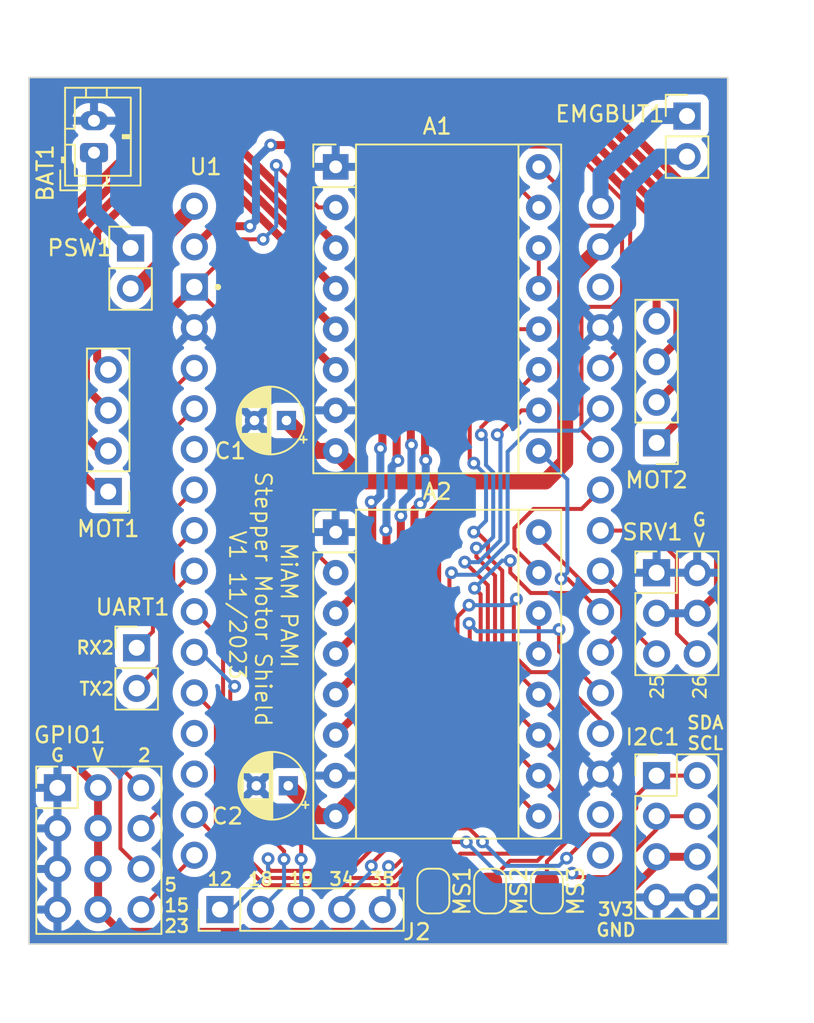
<source format=kicad_pcb>
(kicad_pcb (version 20221018) (generator pcbnew)
  (layers (0 "F.Cu" signal) (31 "B.Cu" signal) (34 "B.Paste" user) (35 "F.Paste" user) (36 "B.SilkS" user "B.Silkscreen") (37 "F.SilkS" user "F.Silkscreen") (38 "B.Mask" user) (39 "F.Mask" user) (44 "Edge.Cuts" user))
  (net 0 "")
  (net 1 "GND")
  (net 2 "+12V")
  (net 3 "/BAT_READING")
  (net 4 "+3V3")
  (net 5 "/POWER_SWITCH")
  (net 6 "/EMERGENCY_BUTTON")
  (net 7 "/5V_POWER")
  (net 8 "/SDA")
  (net 9 "/SCL")
  (net 10 "/BATTERY_INPUT")
  (net 11 "/RX2")
  (net 12 "/TX2")
  (net 13 "/GPIO2")
  (net 14 "/GPIO5")
  (net 15 "/GPIO15")
  (net 16 "/GPIO23")
  (net 17 "/SERVO_PWM_1")
  (net 18 "/SERVO_PWM_2")
  (net 23 "Net-(A1-1B)")
  (net 24 "Net-(A1-1A)")
  (net 25 "Net-(A1-2A)")
  (net 26 "Net-(A1-2B)")
  (net 27 "/NOT_MOT_EN")
  (net 28 "/MS1")
  (net 29 "/MS2")
  (net 30 "/MS3")
  (net 31 "Net-(A1-~{RESET})")
  (net 32 "/STEP_1")
  (net 33 "/DIR_1")
  (net 34 "Net-(A2-1B)")
  (net 35 "Net-(A2-1A)")
  (net 36 "Net-(A2-2A)")
  (net 37 "Net-(A2-2B)")
  (net 38 "Net-(A2-~{RESET})")
  (net 39 "/STEP_2")
  (net 40 "/DIR_2")
  (net 42 "/GPIO12")
  (net 43 "/GPIO18")
  (net 44 "/GPIO19")
  (net 45 "/GPIO34")
  (net 46 "/GPIO35")
  (footprint "Jumper:SolderJumper-2_P1.3mm_Open_RoundedPad1.0x1.5mm" (layer "F.Cu") (at 79.756 97.394 -90)
    (fp_text reference "MS3")
    (fp_text value "SolderJumper_2_Open")
  )
  (footprint "Connector_PinHeader_2.54mm:PinHeader_2x04_P2.54mm_Vertical" (layer "F.Cu") (at 86.614 90.17)
    (fp_text reference "I2C1")
    (fp_text value "Conn_02x04_Odd_Even")
  )
  (footprint "Connector_PinHeader_2.54mm:PinHeader_1x02_P2.54mm_Vertical" (layer "F.Cu") (at 54.102 82.169)
    (fp_text reference "UART1")
    (fp_text value "Conn_01x02_Male")
  )
  (footprint "MiAM_ESP32_Footprints:ESP32_ShieldPattern" (layer "F.Cu") (at 70.4088 75.1078)
    (fp_text reference "U1")
    (fp_text value "ESP32-DEVKIT-V1" hide)
  )
  (footprint "Connector_PinHeader_2.54mm:PinHeader_2x03_P2.54mm_Vertical" (layer "F.Cu") (at 86.614 77.47)
    (fp_text reference "SRV1")
    (fp_text value "Conn_02x03_Odd_Even")
  )
  (footprint "Module:Pololu_Breakout-16_15.2x20.3mm" (layer "F.Cu") (at 66.548 74.93)
    (fp_text reference "A2")
    (fp_text value "Pololu_Breakout_A4988")
  )
  (footprint "MiAM_ESP32_Footprints:PinHeader_3x4_P2.54mm_Vertical" (layer "F.Cu") (at 49.149 90.932)
    (fp_text reference "GPIO1")
    (fp_text value "~")
  )
  (footprint "Connector_PinHeader_2.54mm:PinHeader_1x04_P2.54mm_Vertical" (layer "F.Cu") (at 52.324 72.39 180)
    (fp_text reference "MOT1")
    (fp_text value "Conn_01x04_Male")
  )
  (footprint "Connector_PinHeader_2.54mm:PinHeader_1x04_P2.54mm_Vertical" (layer "F.Cu") (at 86.614 69.342 180)
    (fp_text reference "MOT2")
    (fp_text value "Conn_01x04_Male")
  )
  (footprint "Capacitor_THT:CP_Radial_D4.0mm_P2.00mm" (layer "F.Cu") (at 63.468 67.945 180)
    (fp_text reference "C1")
    (fp_text value "100uF")
  )
  (footprint "Capacitor_THT:CP_Radial_D4.0mm_P2.00mm" (layer "F.Cu") (at 63.5836 90.805 180)
    (fp_text reference "C2")
    (fp_text value "100uF")
  )
  (footprint "Jumper:SolderJumper-2_P1.3mm_Open_RoundedPad1.0x1.5mm" (layer "F.Cu") (at 76.206 97.394 -90)
    (fp_text reference "MS2")
    (fp_text value "SolderJumper_2_Open")
  )
  (footprint "Module:Pololu_Breakout-16_15.2x20.3mm" (layer "F.Cu") (at 66.548 52.07)
    (fp_text reference "A1")
    (fp_text value "Pololu_Breakout_A4988")
  )
  (footprint "Connector_PinHeader_2.54mm:PinHeader_1x02_P2.54mm_Vertical" (layer "F.Cu") (at 88.519 48.89)
    (fp_text reference "EMGBUT1")
    (fp_text value "Conn_01x02_Male")
  )
  (footprint "Jumper:SolderJumper-2_P1.3mm_Open_RoundedPad1.0x1.5mm" (layer "F.Cu") (at 72.656 97.394 -90)
    (fp_text reference "MS1")
    (fp_text value "SolderJumper_2_Open")
  )
  (footprint "Connector_PinHeader_2.54mm:PinHeader_1x02_P2.54mm_Vertical" (layer "F.Cu") (at 53.721 57.145)
    (fp_text reference "PSW1")
    (fp_text value "Conn_01x02_Male")
  )
  (footprint "Connector_JST:JST_PH_B2B-PH-K_1x02_P2.00mm_Vertical" (layer "F.Cu") (at 51.435 51.181 90)
    (fp_text reference "BAT1")
    (fp_text value "Screw_Terminal_01x02")
  )
  (footprint "Connector_PinHeader_2.54mm:PinHeader_1x05_P2.54mm_Vertical" (layer "F.Cu") (at 59.309 98.552 90)
    (fp_text reference "J2")
    (fp_text value "Conn_01x05_Male")
  )
  (gr_rect (start 47.371 46.482) (end 91.059 100.711) (stroke (width 0.1)) (fill none) (layer "Edge.Cuts"))
  (gr_text "G\nV" (at 89.281 74.803) (layer "F.SilkS") (effects (font (size 0.8 0.8))))
  (gr_text "34" (at 66.929 96.647) (layer "F.SilkS") (effects (font (size 0.8 0.8))))
  (gr_text "35" (at 69.469 96.647) (layer "F.SilkS") (effects (font (size 0.8 0.8))))
  (gr_text "5\n15\n23" (at 55.753 98.298) (layer "F.SilkS") (effects (font (size 0.8 0.8)) (justify left)))
  (gr_text "MiAM PAMI\nStepper Motor Shield \nV1 11/2023" (at 59.817 79.502 -90) (layer "F.SilkS") (effects (font (size 1 1) (thickness 0.125)) (justify bottom)))
  (gr_text "26" (at 89.789 85.471 90) (layer "F.SilkS") (effects (font (size 0.8 0.8) (thickness 0.125)) (justify left bottom)))
  (gr_text "G" (at 49.149 88.9) (layer "F.SilkS") (effects (font (size 0.8 0.8))))
  (gr_text "2" (at 54.102 88.9) (layer "F.SilkS") (effects (font (size 0.8 0.8)) (justify left)))
  (gr_text "RX2" (at 52.772 82.169) (layer "F.SilkS") (effects (font (size 0.8 0.8)) (justify right)))
  (gr_text "19" (at 64.389 96.647) (layer "F.SilkS") (effects (font (size 0.8 0.8))))
  (gr_text "12" (at 59.309 96.647) (layer "F.SilkS") (effects (font (size 0.8 0.8))))
  (gr_text "3V3\nGND" (at 84.074 99.187) (layer "F.SilkS") (effects (font (size 0.8 0.8))))
  (gr_text "25" (at 87.122 85.471 90) (layer "F.SilkS") (effects (font (size 0.8 0.8) (thickness 0.125)) (justify left bottom)))
  (gr_text "TX2" (at 52.772 84.739) (layer "F.SilkS") (effects (font (size 0.8 0.8)) (justify right)))
  (gr_text "18" (at 61.849 96.647) (layer "F.SilkS") (effects (font (size 0.8 0.8))))
  (gr_text "SDA\nSCL" (at 89.662 87.503) (layer "F.SilkS") (effects (font (size 0.8 0.8))))
  (gr_text "V" (at 51.689 88.9) (layer "F.SilkS") (effects (font (size 0.8 0.8))))
  (segment (start 86.746 48.89) (end 88.519 48.89) (width 1) (layer "B.Cu") (net 2))
  (segment (start 83.1088 54.7758) (end 83.1088 52.5272) (width 1) (layer "B.Cu") (net 2))
  (segment (start 83.1088 52.5272) (end 86.746 48.89) (width 1) (layer "B.Cu") (net 2))
  (segment (start 59.944 70.866) (end 66.548 77.47) (width 0.25) (layer "F.Cu") (net 4))
  (segment (start 53.086 99.949) (end 51.689 98.552) (width 0.5) (layer "F.Cu") (net 4))
  (segment (start 86.614 95.25) (end 86.614 95.758) (width 0.5) (layer "F.Cu") (net 4))
  (segment (start 57.7088 59.5928) (end 54.229 63.0726) (width 0.5) (layer "F.Cu") (net 4))
  (segment (start 54.229 63.0726) (end 54.229 74.5175) (width 0.5) (layer "F.Cu") (net 4))
  (segment (start 79.756 98.044) (end 79.756 99.949) (width 0.25) (layer "F.Cu") (net 4))
  (segment (start 89.154 95.25) (end 86.614 95.25) (width 0.5) (layer "F.Cu") (net 4))
  (segment (start 72.656 99.937) (end 72.644 99.949) (width 0.25) (layer "F.Cu") (net 4))
  (segment (start 82.423 99.949) (end 79.756 99.949) (width 0.5) (layer "F.Cu") (net 4))
  (segment (start 86.614 95.758) (end 82.423 99.949) (width 0.5) (layer "F.Cu") (net 4))
  (segment (start 49.911 78.8355) (end 49.911 89.154) (width 0.5) (layer "F.Cu") (net 4))
  (segment (start 62.010312 56.607688) (end 60.693912 56.607688) (width 0.25) (layer "F.Cu") (net 4))
  (segment (start 79.756 99.949) (end 76.2 99.949) (width 0.5) (layer "F.Cu") (net 4))
  (segment (start 76.2 99.949) (end 72.644 99.949) (width 0.5) (layer "F.Cu") (net 4))
  (segment (start 49.911 89.154) (end 51.689 90.932) (width 0.5) (layer "F.Cu") (net 4))
  (segment (start 54.229 74.5175) (end 49.911 78.8355) (width 0.5) (layer "F.Cu") (net 4))
  (segment (start 72.644 99.949) (end 53.086 99.949) (width 0.5) (layer "F.Cu") (net 4))
  (segment (start 60.693912 56.607688) (end 57.7088 59.5928) (width 0.25) (layer "F.Cu") (net 4))
  (segment (start 72.656 98.044) (end 72.656 99.937) (width 0.25) (layer "F.Cu") (net 4))
  (segment (start 65.463376 54.61) (end 62.830688 51.977312) (width 0.25) (layer "F.Cu") (net 4))
  (segment (start 76.206 98.044) (end 76.206 99.943) (width 0.25) (layer "F.Cu") (net 4))
  (segment (start 59.944 61.828) (end 59.944 70.866) (width 0.25) (layer "F.Cu") (net 4))
  (segment (start 51.689 98.552) (end 51.689 90.932) (width 0.5) (layer "F.Cu") (net 4))
  (segment (start 57.7088 59.5928) (end 59.944 61.828) (width 0.25) (layer "F.Cu") (net 4))
  (segment (start 66.548 54.61) (end 65.463376 54.61) (width 0.25) (layer "F.Cu") (net 4))
  (segment (start 76.206 99.943) (end 76.2 99.949) (width 0.25) (layer "F.Cu") (net 4))
  (via (at 62.830688 51.977312) (size 0.8) (drill 0.4) (layers "F.Cu" "B.Cu") (net 4))
  (via (at 62.010312 56.607688) (size 0.8) (drill 0.4) (layers "F.Cu" "B.Cu") (net 4))
  (segment (start 62.830688 55.787312) (end 62.830688 51.977312) (width 0.25) (layer "B.Cu") (net 4))
  (segment (start 62.010312 56.607688) (end 62.830688 55.787312) (width 0.25) (layer "B.Cu") (net 4))
  (segment (start 55.753 58.039) (end 54.102 59.69) (width 1) (layer "F.Cu") (net 5))
  (segment (start 55.753 56.4896) (end 55.753 58.039) (width 1) (layer "F.Cu") (net 5))
  (segment (start 57.7088 54.5338) (end 55.753 56.4896) (width 1) (layer "F.Cu") (net 5))
  (segment (start 54.102 59.69) (end 53.721 59.69) (width 1) (layer "F.Cu") (net 5))
  (segment (start 66.548 92.71) (end 65.4886 92.71) (width 1) (layer "F.Cu") (net 6))
  (segment (start 65.373 69.85) (end 63.468 67.945) (width 1) (layer "F.Cu") (net 6))
  (segment (start 74.802295 71.755) (end 72.644 73.913295) (width 1) (layer "F.Cu") (net 6))
  (segment (start 72.644 73.913295) (end 72.644 86.614) (width 1) (layer "F.Cu") (net 6))
  (segment (start 80.899 70.526104) (end 79.670104 71.755) (width 1) (layer "F.Cu") (net 6))
  (segment (start 80.899 59.309) (end 80.899 70.526104) (width 1) (layer "F.Cu") (net 6))
  (segment (start 83.1088 57.0738) (end 83.1088 57.0992) (width 1) (layer "F.Cu") (net 6))
  (segment (start 68.453 71.755) (end 66.548 69.85) (width 1) (layer "F.Cu") (net 6))
  (segment (start 79.670104 71.755) (end 68.453 71.755) (width 1) (layer "F.Cu") (net 6))
  (segment (start 65.4886 92.71) (end 63.5836 90.805) (width 1) (layer "F.Cu") (net 6))
  (segment (start 83.1088 57.0992) (end 80.899 59.309) (width 1) (layer "F.Cu") (net 6))
  (segment (start 79.670104 71.755) (end 74.802295 71.755) (width 1) (layer "F.Cu") (net 6))
  (segment (start 72.644 86.614) (end 66.548 92.71) (width 1) (layer "F.Cu") (net 6))
  (segment (start 66.548 69.85) (end 65.373 69.85) (width 1) (layer "F.Cu") (net 6))
  (segment (start 84.836 53.34) (end 84.836 55.608) (width 1) (layer "B.Cu") (net 6))
  (segment (start 88.519 51.43) (end 86.746 51.43) (width 1) (layer "B.Cu") (net 6))
  (segment (start 84.836 55.608) (end 83.1185 57.3255) (width 1) (layer "B.Cu") (net 6))
  (segment (start 86.746 51.43) (end 84.836 53.34) (width 1) (layer "B.Cu") (net 6))
  (segment (start 62.484 50.707312) (end 63.846688 50.707312) (width 0.5) (layer "F.Cu") (net 7))
  (segment (start 59.000412 55.782188) (end 57.7088 57.0738) (width 0.5) (layer "F.Cu") (net 7))
  (segment (start 90.454 55.328031) (end 90.454 78.71) (width 0.5) (layer "F.Cu") (net 7))
  (segment (start 90.454 78.71) (end 89.154 80.01) (width 0.5) (layer "F.Cu") (net 7))
  (segment (start 61.184812 55.782188) (end 59.000412 55.782188) (width 0.5) (layer "F.Cu") (net 7))
  (segment (start 82.496972 47.371) (end 90.454 55.328031) (width 0.5) (layer "F.Cu") (net 7))
  (segment (start 67.183 47.371) (end 82.496972 47.371) (width 0.5) (layer "F.Cu") (net 7))
  (segment (start 63.846688 50.707312) (end 67.183 47.371) (width 0.5) (layer "F.Cu") (net 7))
  (via (at 61.184812 55.782188) (size 0.8) (drill 0.4) (layers "F.Cu" "B.Cu") (net 7))
  (via (at 62.484 50.707312) (size 0.8) (drill 0.4) (layers "F.Cu" "B.Cu") (net 7))
  (segment (start 62.484 50.707312) (end 61.560688 51.630624) (width 0.5) (layer "B.Cu") (net 7))
  (segment (start 61.560688 55.406312) (end 61.184812 55.782188) (width 0.5) (layer "B.Cu") (net 7))
  (segment (start 89.154 80.01) (end 86.614 80.01) (width 0.5) (layer "B.Cu") (net 7))
  (segment (start 61.560688 51.630624) (end 61.560688 55.406312) (width 0.5) (layer "B.Cu") (net 7))
  (segment (start 59.055 93.343604) (end 59.055 86.339) (width 0.25) (layer "F.Cu") (net 8))
  (segment (start 74.93 93.472) (end 73.280396 93.472) (width 0.25) (layer "F.Cu") (net 8))
  (segment (start 70.174396 96.578) (end 62.289396 96.578) (width 0.25) (layer "F.Cu") (net 8))
  (segment (start 73.280396 93.472) (end 70.174396 96.578) (width 0.25) (layer "F.Cu") (net 8))
  (segment (start 85.344 91.44) (end 86.614 90.17) (width 0.25) (layer "F.Cu") (net 8))
  (segment (start 74.93 93.519429) (end 74.93 93.472) (width 0.25) (layer "F.Cu") (net 8))
  (segment (start 59.055 86.339) (end 57.7088 84.9928) (width 0.25) (layer "F.Cu") (net 8))
  (segment (start 80.984807 95.335807) (end 82.467614 93.853) (width 0.25) (layer "F.Cu") (net 8))
  (segment (start 62.289396 96.578) (end 59.055 93.343604) (width 0.25) (layer "F.Cu") (net 8))
  (segment (start 85.344 92.202) (end 85.344 91.44) (width 0.25) (layer "F.Cu") (net 8))
  (segment (start 82.467614 93.853) (end 83.693 93.853) (width 0.25) (layer "F.Cu") (net 8))
  (segment (start 83.693 93.853) (end 85.344 92.202) (width 0.25) (layer "F.Cu") (net 8))
  (segment (start 75.727523 94.316952) (end 74.93 93.519429) (width 0.25) (layer "F.Cu") (net 8))
  (segment (start 89.154 90.17) (end 86.614 90.17) (width 0.25) (layer "F.Cu") (net 8))
  (via (at 80.984807 95.335807) (size 0.8) (drill 0.4) (layers "F.Cu" "B.Cu") (net 8))
  (via (at 75.727523 94.316952) (size 0.8) (drill 0.4) (layers "F.Cu" "B.Cu") (net 8))
  (segment (start 75.727523 94.316952) (end 77.226571 95.816) (width 0.25) (layer "B.Cu") (net 8))
  (segment (start 80.504614 95.816) (end 80.984807 95.335807) (width 0.25) (layer "B.Cu") (net 8))
  (segment (start 77.226571 95.816) (end 80.504614 95.816) (width 0.25) (layer "B.Cu") (net 8))
  (segment (start 73.059292 94.3295) (end 70.360792 97.028) (width 0.25) (layer "F.Cu") (net 9))
  (segment (start 89.154 92.71) (end 86.614 92.71) (width 0.25) (layer "F.Cu") (net 9))
  (segment (start 70.360792 97.028) (end 62.103 97.028) (width 0.25) (layer "F.Cu") (net 9))
  (segment (start 86.614 93.5355) (end 86.614 92.71) (width 0.25) (layer "F.Cu") (net 9))
  (segment (start 57.7088 92.6338) (end 57.7088 92.6128) (width 0.25) (layer "F.Cu") (net 9))
  (segment (start 81.3296 96.273956) (end 81.575644 96.52) (width 0.25) (layer "F.Cu") (net 9))
  (segment (start 81.575644 96.52) (end 83.6295 96.52) (width 0.25) (layer "F.Cu") (net 9))
  (segment (start 62.103 97.028) (end 57.7088 92.6338) (width 0.25) (layer "F.Cu") (net 9))
  (segment (start 74.715472 94.3295) (end 73.059292 94.3295) (width 0.25) (layer "F.Cu") (net 9))
  (segment (start 83.6295 96.52) (end 86.614 93.5355) (width 0.25) (layer "F.Cu") (net 9))
  (via (at 81.3296 96.273956) (size 0.8) (drill 0.4) (layers "F.Cu" "B.Cu") (net 9))
  (via (at 74.715472 94.3295) (size 0.8) (drill 0.4) (layers "F.Cu" "B.Cu") (net 9))
  (segment (start 74.715472 94.3295) (end 76.651972 96.266) (width 0.25) (layer "B.Cu") (net 9))
  (segment (start 76.651972 96.266) (end 81.321644 96.266) (width 0.25) (layer "B.Cu") (net 9))
  (segment (start 81.321644 96.266) (end 81.3296 96.273956) (width 0.25) (layer "B.Cu") (net 9))
  (segment (start 51.435 54.859) (end 53.691472 57.115472) (width 1) (layer "B.Cu") (net 10))
  (segment (start 51.435 51.181) (end 51.435 54.859) (width 1) (layer "B.Cu") (net 10))
  (segment (start 55.88 77.936208) (end 55.88 74.129) (width 0.25) (layer "F.Cu") (net 11))
  (segment (start 55.118 81.153) (end 55.118 78.698208) (width 0.25) (layer "F.Cu") (net 11))
  (segment (start 55.118 78.698208) (end 55.88 77.936208) (width 0.25) (layer "F.Cu") (net 11))
  (segment (start 55.88 74.129) (end 57.7185 72.2905) (width 0.25) (layer "F.Cu") (net 11))
  (segment (start 54.102 82.169) (end 55.118 81.153) (width 0.25) (layer "F.Cu") (net 11))
  (segment (start 55.568 78.884604) (end 55.568 83.243) (width 0.25) (layer "F.Cu") (net 12))
  (segment (start 56.388 76.161) (end 56.388 78.064604) (width 0.25) (layer "F.Cu") (net 12))
  (segment (start 57.7185 74.8305) (end 56.388 76.161) (width 0.25) (layer "F.Cu") (net 12))
  (segment (start 56.388 78.064604) (end 55.568 78.884604) (width 0.25) (layer "F.Cu") (net 12))
  (segment (start 55.568 83.243) (end 54.102 84.709) (width 0.25) (layer "F.Cu") (net 12))
  (segment (start 55.372 69.5496) (end 57.7088 67.2128) (width 0.25) (layer "F.Cu") (net 13))
  (segment (start 51.816 78.994) (end 55.372 75.438) (width 0.25) (layer "F.Cu") (net 13))
  (segment (start 54.379 90.932) (end 51.816 88.369) (width 0.25) (layer "F.Cu") (net 13))
  (segment (start 51.816 88.369) (end 51.816 78.994) (width 0.25) (layer "F.Cu") (net 13))
  (segment (start 55.372 75.438) (end 55.372 69.5496) (width 0.25) (layer "F.Cu") (net 13))
  (segment (start 56.018 79.071) (end 56.018 91.833) (width 0.25) (layer "F.Cu") (net 14))
  (segment (start 56.018 91.833) (end 54.379 93.472) (width 0.25) (layer "F.Cu") (net 14))
  (segment (start 57.7185 77.3705) (end 56.018 79.071) (width 0.25) (layer "F.Cu") (net 14))
  (segment (start 51.308 88.519) (end 51.308 78.865604) (width 0.25) (layer "F.Cu") (net 15))
  (segment (start 53.086 94.719) (end 53.086 90.297) (width 0.25) (layer "F.Cu") (net 15))
  (segment (start 53.086 90.297) (end 51.308 88.519) (width 0.25) (layer "F.Cu") (net 15))
  (segment (start 54.922 75.251604) (end 54.922 67.4596) (width 0.25) (layer "F.Cu") (net 15))
  (segment (start 51.308 78.865604) (end 54.922 75.251604) (width 0.25) (layer "F.Cu") (net 15))
  (segment (start 54.922 67.4596) (end 57.7088 64.6728) (width 0.25) (layer "F.Cu") (net 15))
  (segment (start 54.379 96.012) (end 53.086 94.719) (width 0.25) (layer "F.Cu") (net 15))
  (segment (start 57.7185 95.1895) (end 54.379 98.529) (width 0.25) (layer "F.Cu") (net 16))
  (segment (start 57.7185 95.1505) (end 57.7185 95.1895) (width 0.25) (layer "F.Cu") (net 16))
  (segment (start 54.379 98.529) (end 54.379 98.552) (width 0.25) (layer "F.Cu") (net 16))
  (segment (start 84.963 80.899) (end 86.614 82.55) (width 0.25) (layer "F.Cu") (net 17))
  (segment (start 84.963 79.227) (end 84.963 80.899) (width 0.25) (layer "F.Cu") (net 17))
  (segment (start 83.1088 77.3728) (end 84.963 79.227) (width 0.25) (layer "F.Cu") (net 17))
  (segment (start 87.884 81.28) (end 87.884 76.58038) (width 0.25) (layer "F.Cu") (net 18))
  (segment (start 87.884 76.58038) (end 86.13642 74.8328) (width 0.25) (layer "F.Cu") (net 18))
  (segment (start 86.13642 74.8328) (end 83.1088 74.8328) (width 0.25) (layer "F.Cu") (net 18))
  (segment (start 89.154 82.55) (end 87.884 81.28) (width 0.25) (layer "F.Cu") (net 18))
  (segment (start 49.53 55.245) (end 49.53 70.094) (width 0.5) (layer "F.Cu") (net 23))
  (segment (start 66.548 56.896) (end 60.452 50.8) (width 0.5) (layer "F.Cu") (net 23))
  (segment (start 49.53 70.094) (end 51.826 72.39) (width 0.5) (layer "F.Cu") (net 23))
  (segment (start 60.452 50.8) (end 53.975 50.8) (width 0.5) (layer "F.Cu") (net 23))
  (segment (start 66.548 57.15) (end 66.548 56.896) (width 0.5) (layer "F.Cu") (net 23))
  (segment (start 53.975 50.8) (end 49.53 55.245) (width 0.5) (layer "F.Cu") (net 23))
  (segment (start 50.23 68.254) (end 51.826 69.85) (width 0.5) (layer "F.Cu") (net 24))
  (segment (start 54.26495 51.5) (end 60.16205 51.5) (width 0.5) (layer "F.Cu") (net 24))
  (segment (start 64.77 57.912) (end 64.77 56.10795) (width 0.5) (layer "F.Cu") (net 24))
  (segment (start 50.23 55.53495) (end 50.23 68.254) (width 0.5) (layer "F.Cu") (net 24))
  (segment (start 64.77 56.10795) (end 60.16205 51.5) (width 0.5) (layer "F.Cu") (net 24))
  (segment (start 66.548 59.69) (end 64.77 57.912) (width 0.5) (layer "F.Cu") (net 24))
  (segment (start 54.26495 51.5) (end 50.23 55.53495) (width 0.5) (layer "F.Cu") (net 24))
  (segment (start 64.008 56.3359) (end 59.8721 52.2) (width 0.5) (layer "F.Cu") (net 25))
  (segment (start 66.548 62.23) (end 64.008 59.69) (width 0.5) (layer "F.Cu") (net 25))
  (segment (start 54.5549 52.2) (end 50.93 55.8249) (width 0.5) (layer "F.Cu") (net 25))
  (segment (start 50.93 65.916) (end 52.324 67.31) (width 0.5) (layer "F.Cu") (net 25))
  (segment (start 64.008 59.69) (end 64.008 56.3359) (width 0.5) (layer "F.Cu") (net 25))
  (segment (start 50.93 55.8249) (end 50.93 65.916) (width 0.5) (layer "F.Cu") (net 25))
  (segment (start 59.8721 52.2) (end 54.5549 52.2) (width 0.5) (layer "F.Cu") (net 25))
  (segment (start 51.63 56.11485) (end 51.63 64.076) (width 0.5) (layer "F.Cu") (net 26))
  (segment (start 51.63 64.076) (end 52.324 64.77) (width 0.5) (layer "F.Cu") (net 26))
  (segment (start 63.246 61.468) (end 63.246 56.642) (width 0.5) (layer "F.Cu") (net 26))
  (segment (start 59.504 52.9) (end 54.84485 52.9) (width 0.5) (layer "F.Cu") (net 26))
  (segment (start 54.84485 52.9) (end 51.63 56.11485) (width 0.5) (layer "F.Cu") (net 26))
  (segment (start 66.548 64.77) (end 63.246 61.468) (width 0.5) (layer "F.Cu") (net 26))
  (segment (start 63.246 56.642) (end 59.504 52.9) (width 0.5) (layer "F.Cu") (net 26))
  (segment (start 80.645 77.851) (end 81.047 77.851) (width 0.25) (layer "F.Cu") (net 27))
  (segment (start 81.936 78.74) (end 83.1088 79.9128) (width 0.25) (layer "F.Cu") (net 27))
  (segment (start 77.465701 77.465701) (end 78.74 78.74) (width 0.25) (layer "F.Cu") (net 27))
  (segment (start 77.465701 76.712299) (end 77.465701 77.465701) (width 0.25) (layer "F.Cu") (net 27))
  (segment (start 78.74 78.74) (end 81.936 78.74) (width 0.25) (layer "F.Cu") (net 27))
  (segment (start 81.047 77.851) (end 83.1088 79.9128) (width 0.25) (layer "F.Cu") (net 27))
  (segment (start 75.612 89.074) (end 79.248 92.71) (width 0.25) (layer "F.Cu") (net 27))
  (segment (start 75.612 78.824324) (end 75.612 89.074) (width 0.25) (layer "F.Cu") (net 27))
  (segment (start 75.228838 78.441162) (end 75.612 78.824324) (width 0.25) (layer "F.Cu") (net 27))
  (via (at 77.465701 76.712299) (size 0.8) (drill 0.4) (layers "F.Cu" "B.Cu") (net 27))
  (via (at 75.228838 78.441162) (size 0.8) (drill 0.4) (layers "F.Cu" "B.Cu") (net 27))
  (via (at 80.645 77.851) (size 0.8) (drill 0.4) (layers "F.Cu" "B.Cu") (net 27))
  (segment (start 81.036953 77.459047) (end 81.036953 71.638953) (width 0.25) (layer "B.Cu") (net 27))
  (segment (start 81.036953 71.638953) (end 79.248 69.85) (width 0.25) (layer "B.Cu") (net 27))
  (segment (start 77.465701 76.712299) (end 76.957701 76.712299) (width 0.25) (layer "B.Cu") (net 27))
  (segment (start 80.645 77.851) (end 81.036953 77.459047) (width 0.25) (layer "B.Cu") (net 27))
  (segment (start 76.957701 76.712299) (end 75.228838 78.441162) (width 0.25) (layer "B.Cu") (net 27))
  (segment (start 74.346 95.054) (end 72.656 96.744) (width 0.25) (layer "F.Cu") (net 28))
  (segment (start 79.248 67.31) (end 78.178003 67.31) (width 0.25) (layer "F.Cu") (net 28))
  (segment (start 80.634 93.389224) (end 78.969224 95.054) (width 0.25) (layer "F.Cu") (net 28))
  (segment (start 78.178003 67.31) (end 76.654003 68.834) (width 0.25) (layer "F.Cu") (net 28))
  (segment (start 76.062 86.984) (end 79.248 90.17) (width 0.25) (layer "F.Cu") (net 28))
  (segment (start 79.248 90.17) (end 80.634 91.556) (width 0.25) (layer "F.Cu") (net 28))
  (segment (start 78.969224 95.054) (end 74.346 95.054) (width 0.25) (layer "F.Cu") (net 28))
  (segment (start 80.634 91.556) (end 80.634 93.389224) (width 0.25) (layer "F.Cu") (net 28))
  (segment (start 74.620522 76.808246) (end 76.062 78.249724) (width 0.25) (layer "F.Cu") (net 28))
  (segment (start 76.062 78.249724) (end 76.062 86.984) (width 0.25) (layer "F.Cu") (net 28))
  (via (at 74.620522 76.808246) (size 0.8) (drill 0.4) (layers "F.Cu" "B.Cu") (net 28))
  (via (at 76.654003 68.834) (size 0.8) (drill 0.4) (layers "F.Cu" "B.Cu") (net 28))
  (segment (start 76.849342 75.446154) (end 75.48725 76.808246) (width 0.25) (layer "B.Cu") (net 28))
  (segment (start 76.654003 68.834) (end 76.849342 69.029339) (width 0.25) (layer "B.Cu") (net 28))
  (segment (start 75.48725 76.808246) (end 74.620522 76.808246) (width 0.25) (layer "B.Cu") (net 28))
  (segment (start 76.849342 69.029339) (end 76.849342 75.446154) (width 0.25) (layer "B.Cu") (net 28))
  (segment (start 79.248 64.77) (end 75.6545 68.3635) (width 0.25) (layer "F.Cu") (net 29))
  (segment (start 81.084 93.57562) (end 79.15562 95.504) (width 0.25) (layer "F.Cu") (net 29))
  (segment (start 77.446 95.504) (end 76.206 96.744) (width 0.25) (layer "F.Cu") (net 29))
  (segment (start 76.512 84.894) (end 79.248 87.63) (width 0.25) (layer "F.Cu") (net 29))
  (segment (start 75.345022 75.925169) (end 75.345022 76.488022) (width 0.25) (layer "F.Cu") (net 29))
  (segment (start 76.512 77.655) (end 76.512 84.894) (width 0.25) (layer "F.Cu") (net 29))
  (segment (start 79.248 87.63) (end 81.084 89.466) (width 0.25) (layer "F.Cu") (net 29))
  (segment (start 75.345022 76.488022) (end 76.512 77.655) (width 0.25) (layer "F.Cu") (net 29))
  (segment (start 75.6545 68.3635) (end 75.6545 68.834) (width 0.25) (layer "F.Cu") (net 29))
  (segment (start 81.084 89.466) (end 81.084 93.57562) (width 0.25) (layer "F.Cu") (net 29))
  (segment (start 79.15562 95.504) (end 77.446 95.504) (width 0.25) (layer "F.Cu") (net 29))
  (via (at 75.6545 68.834) (size 0.8) (drill 0.4) (layers "F.Cu" "B.Cu") (net 29))
  (via (at 75.345022 75.925169) (size 0.8) (drill 0.4) (layers "F.Cu" "B.Cu") (net 29))
  (segment (start 75.712831 75.925169) (end 75.345022 75.925169) (width 0.25) (layer "B.Cu") (net 29))
  (segment (start 75.946 70.737604) (end 76.399342 71.190946) (width 0.25) (layer "B.Cu") (net 29))
  (segment (start 75.946 69.1255) (end 75.946 70.737604) (width 0.25) (layer "B.Cu") (net 29))
  (segment (start 76.399342 71.190946) (end 76.399342 75.238658) (width 0.25) (layer "B.Cu") (net 29))
  (segment (start 75.6545 68.834) (end 75.946 69.1255) (width 0.25) (layer "B.Cu") (net 29))
  (segment (start 76.399342 75.238658) (end 75.712831 75.925169) (width 0.25) (layer "B.Cu") (net 29))
  (segment (start 75.375158 74.93) (end 76.070022 75.624864) (width 0.25) (layer "F.Cu") (net 30))
  (segment (start 74.93 70.358) (end 75.184 70.612) (width 0.25) (layer "F.Cu") (net 30))
  (segment (start 76.070022 75.624864) (end 76.070022 76.451022) (width 0.25) (layer "F.Cu") (net 30))
  (segment (start 79.756 95.540016) (end 79.756 96.744) (width 0.25) (layer "F.Cu") (net 30))
  (segment (start 81.534 87.376) (end 81.534 93.762016) (width 0.25) (layer "F.Cu") (net 30))
  (segment (start 79.248 85.09) (end 81.534 87.376) (width 0.25) (layer "F.Cu") (net 30))
  (segment (start 76.962 62.23) (end 74.93 64.262) (width 0.25) (layer "F.Cu") (net 30))
  (segment (start 76.962 77.343) (end 76.962 82.804) (width 0.25) (layer "F.Cu") (net 30))
  (segment (start 74.93 64.262) (end 74.93 70.358) (width 0.25) (layer "F.Cu") (net 30))
  (segment (start 75.184 74.93) (end 75.375158 74.93) (width 0.25) (layer "F.Cu") (net 30))
  (segment (start 76.070022 76.451022) (end 76.962 77.343) (width 0.25) (layer "F.Cu") (net 30))
  (segment (start 81.534 93.762016) (end 79.756 95.540016) (width 0.25) (layer "F.Cu") (net 30))
  (segment (start 79.248 62.23) (end 76.962 62.23) (width 0.25) (layer "F.Cu") (net 30))
  (segment (start 76.962 82.804) (end 79.248 85.09) (width 0.25) (layer "F.Cu") (net 30))
  (via (at 75.184 70.612) (size 0.8) (drill 0.4) (layers "F.Cu" "B.Cu") (net 30))
  (via (at 75.184 74.93) (size 0.8) (drill 0.4) (layers "F.Cu" "B.Cu") (net 30))
  (segment (start 75.949342 74.215411) (end 75.949342 71.377342) (width 0.25) (layer "B.Cu") (net 30))
  (segment (start 75.234753 74.93) (end 75.949342 74.215411) (width 0.25) (layer "B.Cu") (net 30))
  (segment (start 75.949342 71.377342) (end 75.184 70.612) (width 0.25) (layer "B.Cu") (net 30))
  (segment (start 75.184 74.93) (end 75.234753 74.93) (width 0.25) (layer "B.Cu") (net 30))
  (segment (start 79.248 57.15) (end 79.248 59.69) (width 0.25) (layer "F.Cu") (net 31))
  (segment (start 77.851 53.213) (end 77.851 51.435) (width 0.25) (layer "F.Cu") (net 32))
  (segment (start 78.486 50.8) (end 81.153 50.8) (width 0.25) (layer "F.Cu") (net 32))
  (segment (start 77.851 51.435) (end 78.486 50.8) (width 0.25) (layer "F.Cu") (net 32))
  (segment (start 84.963 54.61) (end 84.963 62.8186) (width 0.25) (layer "F.Cu") (net 32))
  (segment (start 81.153 50.8) (end 84.963 54.61) (width 0.25) (layer "F.Cu") (net 32))
  (segment (start 79.248 54.61) (end 77.851 53.213) (width 0.25) (layer "F.Cu") (net 32))
  (segment (start 84.963 62.8186) (end 83.1088 64.6728) (width 0.25) (layer "F.Cu") (net 32))
  (segment (start 79.248 52.07) (end 81.407 54.229) (width 0.25) (layer "F.Cu") (net 33))
  (segment (start 84.455 56.388) (end 84.455 60.198) (width 0.25) (layer "F.Cu") (net 33))
  (segment (start 83.82 60.833) (end 82.423 60.833) (width 0.25) (layer "F.Cu") (net 33))
  (segment (start 81.407 55.118) (end 82.042 55.753) (width 0.25) (layer "F.Cu") (net 33))
  (segment (start 83.82 55.753) (end 84.455 56.388) (width 0.25) (layer "F.Cu") (net 33))
  (segment (start 84.455 60.198) (end 83.82 60.833) (width 0.25) (layer "F.Cu") (net 33))
  (segment (start 81.915 68.559) (end 83.1088 69.7528) (width 0.25) (layer "F.Cu") (net 33))
  (segment (start 82.042 55.753) (end 83.82 55.753) (width 0.25) (layer "F.Cu") (net 33))
  (segment (start 82.423 60.833) (end 81.915 61.341) (width 0.25) (layer "F.Cu") (net 33))
  (segment (start 81.407 54.229) (end 81.407 55.118) (width 0.25) (layer "F.Cu") (net 33))
  (segment (start 81.915 61.341) (end 81.915 68.559) (width 0.25) (layer "F.Cu") (net 33))
  (segment (start 69.347729 69.696497) (end 69.469 69.575226) (width 0.5) (layer "F.Cu") (net 34))
  (segment (start 89.346 66.61) (end 86.614 69.342) (width 0.5) (layer "F.Cu") (net 34))
  (segment (start 68.7705 73.045) (end 68.834 73.1085) (width 0.5) (layer "F.Cu") (net 34))
  (segment (start 69.469 53.213) (end 74.611003 48.071) (width 0.5) (layer "F.Cu") (net 34))
  (segment (start 82.207022 48.071) (end 89.346 55.20998) (width 0.5) (layer "F.Cu") (net 34))
  (segment (start 68.834 73.1085) (end 68.834 77.724) (width 0.5) (layer "F.Cu") (net 34))
  (segment (start 69.469 69.575226) (end 69.469 53.213) (width 0.5) (layer "F.Cu") (net 34))
  (segment (start 89.346 55.20998) (end 89.346 66.61) (width 0.5) (layer "F.Cu") (net 34))
  (segment (start 74.611003 48.071) (end 82.207022 48.071) (width 0.5) (layer "F.Cu") (net 34))
  (segment (start 68.834 77.724) (end 66.548 80.01) (width 0.5) (layer "F.Cu") (net 34))
  (via (at 68.7705 73.045) (size 0.8) (drill 0.4) (layers "F.Cu" "B.Cu") (net 34))
  (via (at 69.347729 69.696497) (size 0.8) (drill 0.4) (layers "F.Cu" "B.Cu") (net 34))
  (segment (start 69.342 69.702226) (end 69.347729 69.696497) (width 0.5) (layer "B.Cu") (net 34))
  (segment (start 68.7705 73.045) (end 68.937086 73.045) (width 0.5) (layer "B.Cu") (net 34))
  (segment (start 68.937086 73.045) (end 69.342 72.640086) (width 0.5) (layer "B.Cu") (net 34))
  (segment (start 69.342 72.640086) (end 69.342 69.702226) (width 0.5) (layer "B.Cu") (net 34))
  (segment (start 69.723 79.375) (end 66.548 82.55) (width 0.5) (layer "F.Cu") (net 35))
  (segment (start 69.6835 74.803) (end 69.723 74.8425) (width 0.5) (layer "F.Cu") (net 35))
  (segment (start 74.900952 48.771) (end 81.917072 48.771) (width 0.5) (layer "F.Cu") (net 35))
  (segment (start 81.917072 48.771) (end 88.646 55.499929) (width 0.5) (layer "F.Cu") (net 35))
  (segment (start 70.437 70.451229) (end 70.358 70.372229) (width 0.5) (layer "F.Cu") (net 35))
  (segment (start 70.358 70.372229) (end 70.358 53.31395) (width 0.5) (layer "F.Cu") (net 35))
  (segment (start 88.646 55.499929) (end 88.646 64.77) (width 0.5) (layer "F.Cu") (net 35))
  (segment (start 70.358 53.31395) (end 74.900952 48.771) (width 0.5) (layer "F.Cu") (net 35))
  (segment (start 88.646 64.77) (end 86.614 66.802) (width 0.5) (layer "F.Cu") (net 35))
  (segment (start 69.723 74.8425) (end 69.723 79.375) (width 0.5) (layer "F.Cu") (net 35))
  (via (at 70.437 70.451229) (size 0.8) (drill 0.4) (layers "F.Cu" "B.Cu") (net 35))
  (via (at 69.6835 74.803) (size 0.8) (drill 0.4) (layers "F.Cu" "B.Cu") (net 35))
  (segment (start 69.723 74.7635) (end 69.723 73.249036) (width 0.5) (layer "B.Cu") (net 35))
  (segment (start 69.6835 74.803) (end 69.723 74.7635) (width 0.5) (layer "B.Cu") (net 35))
  (segment (start 70.042 70.846229) (end 70.437 70.451229) (width 0.5) (layer "B.Cu") (net 35))
  (segment (start 70.042 72.930035) (end 70.042 70.846229) (width 0.5) (layer "B.Cu") (net 35))
  (segment (start 69.723 73.249036) (end 70.042 72.930035) (width 0.5) (layer "B.Cu") (net 35))
  (segment (start 75.190901 49.471) (end 81.627122 49.471) (width 0.5) (layer "F.Cu") (net 36))
  (segment (start 71.247 53.4149) (end 75.190901 49.471) (width 0.5) (layer "F.Cu") (net 36))
  (segment (start 70.621154 81.016846) (end 66.548 85.09) (width 0.5) (layer "F.Cu") (net 36))
  (segment (start 87.914 62.962) (end 86.614 64.262) (width 0.5) (layer "F.Cu") (net 36))
  (segment (start 87.914 55.757878) (end 87.914 62.962) (width 0.5) (layer "F.Cu") (net 36))
  (segment (start 71.2865 69.469) (end 71.247 69.4295) (width 0.5) (layer "F.Cu") (net 36))
  (segment (start 81.627122 49.471) (end 87.914 55.757878) (width 0.5) (layer "F.Cu") (net 36))
  (segment (start 70.621154 73.9145) (end 70.621154 81.016846) (width 0.5) (layer "F.Cu") (net 36))
  (segment (start 70.621654 73.914) (end 70.621154 73.9145) (width 0.5) (layer "F.Cu") (net 36))
  (segment (start 71.247 69.4295) (end 71.247 53.4149) (width 0.5) (layer "F.Cu") (net 36))
  (via (at 70.621654 73.914) (size 0.8) (drill 0.4) (layers "F.Cu" "B.Cu") (net 36))
  (via (at 71.2865 69.469) (size 0.8) (drill 0.4) (layers "F.Cu" "B.Cu") (net 36))
  (segment (start 70.621654 73.914) (end 70.742 73.793654) (width 0.5) (layer "B.Cu") (net 36))
  (segment (start 70.742 73.05899) (end 71.2865 72.51449) (width 0.5) (layer "B.Cu") (net 36))
  (segment (start 70.742 73.793654) (end 70.742 73.05899) (width 0.5) (layer "B.Cu") (net 36))
  (segment (start 71.2865 72.51449) (end 71.2865 69.469) (width 0.5) (layer "B.Cu") (net 36))
  (segment (start 86.614 55.447828) (end 86.614 61.722) (width 0.5) (layer "F.Cu") (net 37))
  (segment (start 81.337172 50.171) (end 86.614 55.447828) (width 0.5) (layer "F.Cu") (net 37))
  (segment (start 75.48085 50.171) (end 81.337172 50.171) (width 0.5) (layer "F.Cu") (net 37))
  (segment (start 72.176616 70.437255) (end 72.136 70.396639) (width 0.5) (layer "F.Cu") (net 37))
  (segment (start 71.471154 82.706846) (end 66.548 87.63) (width 0.5) (layer "F.Cu") (net 37))
  (segment (start 72.136 53.51585) (end 75.48085 50.171) (width 0.5) (layer "F.Cu") (net 37))
  (segment (start 71.835542 73.166824) (end 71.471154 73.531212) (width 0.5) (layer "F.Cu") (net 37))
  (segment (start 72.136 70.396639) (end 72.136 53.51585) (width 0.5) (layer "F.Cu") (net 37))
  (segment (start 71.471154 73.531212) (end 71.471154 82.706846) (width 0.5) (layer "F.Cu") (net 37))
  (via (at 72.176616 70.437255) (size 0.8) (drill 0.4) (layers "F.Cu" "B.Cu") (net 37))
  (via (at 71.835542 73.166824) (size 0.8) (drill 0.4) (layers "F.Cu" "B.Cu") (net 37))
  (segment (start 71.835542 73.166824) (end 72.176616 72.82575) (width 0.5) (layer "B.Cu") (net 37))
  (segment (start 72.176616 72.82575) (end 72.176616 70.437255) (width 0.5) (layer "B.Cu") (net 37))
  (segment (start 79.248 80.01) (end 79.248 82.55) (width 0.25) (layer "F.Cu") (net 38))
  (segment (start 81.9216 73.48) (end 78.92 73.48) (width 0.25) (layer "F.Cu") (net 39))
  (segment (start 77.724 74.676) (end 77.724 75.946) (width 0.25) (layer "F.Cu") (net 39))
  (segment (start 78.92 73.48) (end 77.724 74.676) (width 0.25) (layer "F.Cu") (net 39))
  (segment (start 77.724 75.946) (end 79.248 77.47) (width 0.25) (layer "F.Cu") (net 39))
  (segment (start 83.1088 72.2928) (end 81.9216 73.48) (width 0.25) (layer "F.Cu") (net 39))
  (segment (start 84.455 79.502) (end 84.455 81.1066) (width 0.25) (layer "F.Cu") (net 40))
  (segment (start 82.55 78.613) (end 83.566 78.613) (width 0.25) (layer "F.Cu") (net 40))
  (segment (start 84.455 81.1066) (end 83.1088 82.4528) (width 0.25) (layer "F.Cu") (net 40))
  (segment (start 79.248 75.311) (end 82.55 78.613) (width 0.25) (layer "F.Cu") (net 40))
  (segment (start 79.248 74.93) (end 79.248 75.311) (width 0.25) (layer "F.Cu") (net 40))
  (segment (start 83.566 78.613) (end 84.455 79.502) (width 0.25) (layer "F.Cu") (net 40))
  (segment (start 67.448 96.128) (end 73.66 89.916) (width 0.25) (layer "F.Cu") (net 42))
  (segment (start 73.66 77.597) (end 73.787 77.47) (width 0.25) (layer "F.Cu") (net 42))
  (segment (start 62.319453 95.971661) (end 62.475792 96.128) (width 0.25) (layer "F.Cu") (net 42))
  (segment (start 62.475792 96.128) (end 67.448 96.128) (width 0.25) (layer "F.Cu") (net 42))
  (segment (start 73.66 89.916) (end 73.66 77.597) (width 0.25) (layer "F.Cu") (net 42))
  (segment (start 62.319453 95.371775) (end 62.319453 95.971661) (width 0.25) (layer "F.Cu") (net 42))
  (via (at 62.319453 95.371775) (size 0.8) (drill 0.4) (layers "F.Cu" "B.Cu") (net 42))
  (via (at 73.787 77.47) (size 0.8) (drill 0.4) (layers "F.Cu" "B.Cu") (net 42))
  (segment (start 73.914 77.597) (end 75.334892 77.597) (width 0.25) (layer "B.Cu") (net 42))
  (segment (start 77.299342 75.63255) (end 77.299342 69.893658) (width 0.25) (layer "B.Cu") (net 42))
  (segment (start 62.319453 95.371775) (end 62.319453 96.303547) (width 0.25) (layer "B.Cu") (net 42))
  (segment (start 78.613 68.58) (end 81.7416 68.58) (width 0.25) (layer "B.Cu") (net 42))
  (segment (start 77.299342 69.893658) (end 78.613 68.58) (width 0.25) (layer "B.Cu") (net 42))
  (segment (start 75.334892 77.597) (end 77.299342 75.63255) (width 0.25) (layer "B.Cu") (net 42))
  (segment (start 62.319453 96.303547) (end 60.071 98.552) (width 0.25) (layer "B.Cu") (net 42))
  (segment (start 81.7416 68.58) (end 83.1088 67.2128) (width 0.25) (layer "B.Cu") (net 42))
  (segment (start 60.071 98.552) (end 59.309 98.552) (width 0.25) (layer "B.Cu") (net 42))
  (segment (start 73.787 77.47) (end 73.914 77.597) (width 0.25) (layer "B.Cu") (net 42))
  (segment (start 63.318451 95.4035) (end 63.318451 94.894646) (width 0.25) (layer "F.Cu") (net 43))
  (segment (start 59.505 91.990499) (end 59.505 81.709) (width 0.25) (layer "F.Cu") (net 43))
  (segment (start 61.768805 93.345) (end 60.859501 93.345) (width 0.25) (layer "F.Cu") (net 43))
  (segment (start 63.318451 94.894646) (end 61.768805 93.345) (width 0.25) (layer "F.Cu") (net 43))
  (segment (start 60.859501 93.345) (end 59.505 91.990499) (width 0.25) (layer "F.Cu") (net 43))
  (segment (start 59.505 81.709) (end 57.7088 79.9128) (width 0.25) (layer "F.Cu") (net 43))
  (via (at 63.318451 95.4035) (size 0.8) (drill 0.4) (layers "F.Cu" "B.Cu") (net 43))
  (segment (start 63.318451 95.4035) (end 63.318451 97.082549) (width 0.25) (layer "B.Cu") (net 43))
  (segment (start 63.318451 97.082549) (end 61.849 98.552) (width 0.25) (layer "B.Cu") (net 43))
  (segment (start 64.389 94.510695) (end 62.715305 92.837) (width 0.25) (layer "F.Cu") (net 44))
  (segment (start 60.987897 92.837) (end 59.955 91.804103) (width 0.25) (layer "F.Cu") (net 44))
  (segment (start 62.715305 92.837) (end 60.987897 92.837) (width 0.25) (layer "F.Cu") (net 44))
  (segment (start 59.955 91.804103) (end 59.955 84.8565) (width 0.25) (layer "F.Cu") (net 44))
  (segment (start 59.955 84.8565) (end 60.2295 84.582) (width 0.25) (layer "F.Cu") (net 44))
  (segment (start 64.389 95.4035) (end 64.389 94.510695) (width 0.25) (layer "F.Cu") (net 44))
  (via (at 60.2295 84.582) (size 0.8) (drill 0.4) (layers "F.Cu" "B.Cu") (net 44))
  (via (at 64.389 95.4035) (size 0.8) (drill 0.4) (layers "F.Cu" "B.Cu") (net 44))
  (segment (start 60.2295 84.582) (end 58.1003 82.4528) (width 0.25) (layer "B.Cu") (net 44))
  (segment (start 64.389 95.4035) (end 64.389 98.552) (width 0.25) (layer "B.Cu") (net 44))
  (segment (start 58.1003 82.4528) (end 57.7088 82.4528) (width 0.25) (layer "B.Cu") (net 44))
  (segment (start 77.6865 79.2855) (end 77.6865 82.6395) (width 0.25) (layer "F.Cu") (net 45))
  (segment (start 77.6865 82.6395) (end 78.74 83.693) (width 0.25) (layer "F.Cu") (net 45))
  (segment (start 80.114344 83.693) (end 83.1088 86.687456) (width 0.25) (layer "F.Cu") (net 45))
  (segment (start 68.774799 95.825799) (end 68.774799 95.690201) (width 0.25) (layer "F.Cu") (net 45))
  (segment (start 83.1088 86.687456) (end 83.1088 87.5328) (width 0.25) (layer "F.Cu") (net 45))
  (segment (start 74.1625 80.227) (end 74.8875 79.502) (width 0.25) (layer "F.Cu") (net 45))
  (segment (start 77.851 79.121) (end 77.6865 79.2855) (width 0.25) (layer "F.Cu") (net 45))
  (segment (start 78.74 83.693) (end 80.114344 83.693) (width 0.25) (layer "F.Cu") (net 45))
  (segment (start 74.1625 90.3025) (end 74.1625 80.227) (width 0.25) (layer "F.Cu") (net 45))
  (segment (start 68.774799 95.690201) (end 74.1625 90.3025) (width 0.25) (layer "F.Cu") (net 45))
  (via (at 68.774799 95.825799) (size 0.8) (drill 0.4) (layers "F.Cu" "B.Cu") (net 45))
  (via (at 74.8875 79.502) (size 0.8) (drill 0.4) (layers "F.Cu" "B.Cu") (net 45))
  (via (at 77.851 79.121) (size 0.8) (drill 0.4) (layers "F.Cu" "B.Cu") (net 45))
  (segment (start 68.774799 95.825799) (end 68.774799 96.166701) (width 0.25) (layer "B.Cu") (net 45))
  (segment (start 77.851 79.121) (end 77.47 79.502) (width 0.25) (layer "B.Cu") (net 45))
  (segment (start 66.929 98.0125) (end 66.929 98.552) (width 0.25) (layer "B.Cu") (net 45))
  (segment (start 77.47 79.502) (end 74.8875 79.502) (width 0.25) (layer "B.Cu") (net 45))
  (segment (start 68.774799 96.166701) (end 66.929 98.0125) (width 0.25) (layer "B.Cu") (net 45))
  (segment (start 83.1088 84.9928) (end 80.518 82.402) (width 0.25) (layer "F.Cu") (net 46))
  (segment (start 70.2625 95.8535) (end 74.93 91.186) (width 0.25) (layer "F.Cu") (net 46))
  (segment (start 74.93 91.186) (end 74.93 80.6875) (width 0.25) (layer "F.Cu") (net 46))
  (segment (start 69.85 95.8535) (end 70.2625 95.8535) (width 0.25) (layer "F.Cu") (net 46))
  (segment (start 80.518 82.402) (end 80.518 81.026) (width 0.25) (layer "F.Cu") (net 46))
  (segment (start 74.93 80.6875) (end 74.8875 80.645) (width 0.25) (layer "F.Cu") (net 46))
  (via (at 80.518 81.026) (size 0.8) (drill 0.4) (layers "F.Cu" "B.Cu") (net 46))
  (via (at 69.85 95.8535) (size 0.8) (drill 0.4) (layers "F.Cu" "B.Cu") (net 46))
  (via (at 74.8875 80.645) (size 0.8) (drill 0.4) (layers "F.Cu" "B.Cu") (net 46))
  (segment (start 75.3775 81.135) (end 80.409 81.135) (width 0.25) (layer "B.Cu") (net 46))
  (segment (start 69.85 95.8535) (end 69.85 98.171) (width 0.25) (layer "B.Cu") (net 46))
  (segment (start 74.8875 80.645) (end 75.3775 81.135) (width 0.25) (layer "B.Cu") (net 46))
  (segment (start 80.409 81.135) (end 80.518 81.026) (width 0.25) (layer "B.Cu") (net 46))
  (segment (start 69.85 98.171) (end 69.469 98.552) (width 0.25) (layer "B.Cu") (net 46))
  (zone (net 1) (net_name "GND") (layer "B.Cu") (connect_pads (clearance 0.508)) (min_thickness 0.25) (fill yes (thermal_gap 0.5) (thermal_bridge_width 0.5))
    (polygon (pts (xy 47.371 46.482) (xy 47.371 100.711) (xy 91.059 100.711) (xy 91.059 46.482)))
  )
)
</source>
